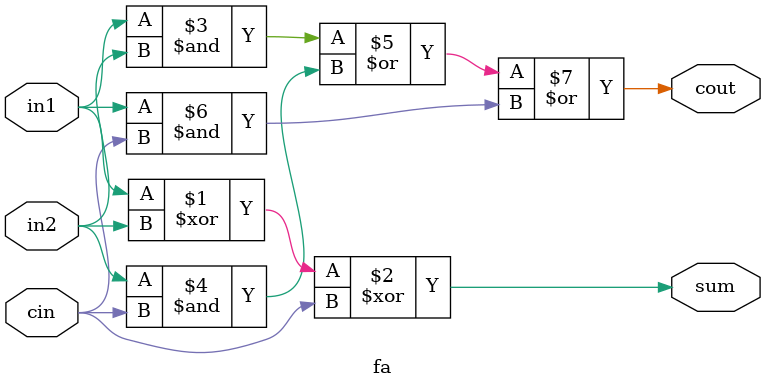
<source format=v>
module fa (
    in1,in2,cin,sum,cout
);

    input in1,in2,cin;
    output sum,cout;

    assign sum = in1 ^ in2 ^ cin;
    assign cout = (in1 & in2) | (in2 & cin) | (in1 & cin);
endmodule
</source>
